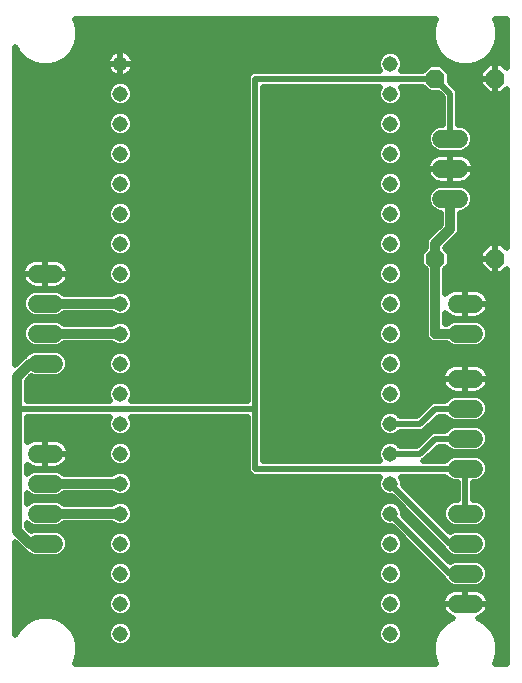
<source format=gbl>
G75*
%MOIN*%
%OFA0B0*%
%FSLAX25Y25*%
%IPPOS*%
%LPD*%
%AMOC8*
5,1,8,0,0,1.08239X$1,22.5*
%
%ADD10C,0.05937*%
%ADD11OC8,0.06300*%
%ADD12C,0.06000*%
%ADD13C,0.05150*%
%ADD14C,0.03200*%
%ADD15C,0.02000*%
D10*
X0018365Y0047000D02*
X0024302Y0047000D01*
X0024302Y0057000D02*
X0018365Y0057000D01*
X0018365Y0067000D02*
X0024302Y0067000D01*
X0024302Y0077000D02*
X0018365Y0077000D01*
X0018365Y0107000D02*
X0024302Y0107000D01*
X0024302Y0117000D02*
X0018365Y0117000D01*
X0018365Y0127000D02*
X0024302Y0127000D01*
X0024302Y0137000D02*
X0018365Y0137000D01*
X0158365Y0127000D02*
X0164302Y0127000D01*
X0164302Y0117000D02*
X0158365Y0117000D01*
X0158365Y0102000D02*
X0164302Y0102000D01*
X0164302Y0092000D02*
X0158365Y0092000D01*
X0158365Y0082000D02*
X0164302Y0082000D01*
X0164302Y0072000D02*
X0158365Y0072000D01*
X0158365Y0057000D02*
X0164302Y0057000D01*
X0164302Y0047000D02*
X0158365Y0047000D01*
X0158365Y0037000D02*
X0164302Y0037000D01*
X0164302Y0027000D02*
X0158365Y0027000D01*
D11*
X0151333Y0142000D03*
X0171333Y0142000D03*
X0171333Y0202000D03*
X0151333Y0202000D03*
D12*
X0153333Y0182000D02*
X0159333Y0182000D01*
X0159333Y0172000D02*
X0153333Y0172000D01*
X0153333Y0162000D02*
X0159333Y0162000D01*
D13*
X0136333Y0157000D03*
X0136333Y0147000D03*
X0136333Y0137000D03*
X0136333Y0127000D03*
X0136333Y0117000D03*
X0136333Y0107000D03*
X0136333Y0097000D03*
X0136333Y0087000D03*
X0136333Y0077000D03*
X0136333Y0067000D03*
X0136333Y0057000D03*
X0136333Y0047000D03*
X0136333Y0037000D03*
X0136333Y0027000D03*
X0136333Y0017000D03*
X0046333Y0017000D03*
X0046333Y0027000D03*
X0046333Y0037000D03*
X0046333Y0047000D03*
X0046333Y0057000D03*
X0046333Y0067000D03*
X0046333Y0077000D03*
X0046333Y0087000D03*
X0046333Y0097000D03*
X0046333Y0107000D03*
X0046333Y0117000D03*
X0046333Y0127000D03*
X0046333Y0137000D03*
X0046333Y0147000D03*
X0046333Y0157000D03*
X0046333Y0167000D03*
X0046333Y0177000D03*
X0046333Y0187000D03*
X0046333Y0197000D03*
X0046333Y0207000D03*
X0136333Y0207000D03*
X0136333Y0197000D03*
X0136333Y0187000D03*
X0136333Y0177000D03*
X0136333Y0167000D03*
D14*
X0151333Y0147000D02*
X0156333Y0152000D01*
X0156333Y0162000D01*
X0151333Y0147000D02*
X0151333Y0142000D01*
X0151333Y0117000D01*
X0161333Y0117000D01*
X0046333Y0117000D02*
X0021333Y0117000D01*
X0021333Y0107000D02*
X0016333Y0107000D01*
X0011933Y0102600D01*
X0011933Y0092000D01*
X0011933Y0051400D01*
X0016333Y0047000D01*
X0021333Y0047000D01*
X0021333Y0057000D02*
X0046333Y0057000D01*
X0046333Y0067000D02*
X0021333Y0067000D01*
X0021333Y0127000D02*
X0046333Y0127000D01*
D15*
X0011333Y0047475D02*
X0011333Y0016490D01*
X0012607Y0018696D01*
X0014637Y0020727D01*
X0017124Y0022162D01*
X0019898Y0022905D01*
X0022769Y0022905D01*
X0025543Y0022162D01*
X0028029Y0020727D01*
X0030060Y0018696D01*
X0031496Y0016209D01*
X0032239Y0013436D01*
X0032239Y0010564D01*
X0031496Y0007791D01*
X0031039Y0007000D01*
X0151627Y0007000D01*
X0151171Y0007791D01*
X0150428Y0010564D01*
X0150428Y0013436D01*
X0151171Y0016209D01*
X0152607Y0018696D01*
X0154637Y0020727D01*
X0157124Y0022162D01*
X0157152Y0022170D01*
X0156458Y0022396D01*
X0155761Y0022751D01*
X0155128Y0023210D01*
X0154575Y0023763D01*
X0154115Y0024396D01*
X0153760Y0025093D01*
X0153519Y0025837D01*
X0153396Y0026609D01*
X0153396Y0027000D01*
X0161333Y0027000D01*
X0161333Y0027000D01*
X0153396Y0027000D01*
X0153396Y0027391D01*
X0153519Y0028163D01*
X0153760Y0028907D01*
X0154115Y0029604D01*
X0154575Y0030237D01*
X0155128Y0030790D01*
X0155761Y0031249D01*
X0156458Y0031604D01*
X0157201Y0031846D01*
X0157974Y0031968D01*
X0161333Y0031968D01*
X0161333Y0027000D01*
X0161333Y0027000D01*
X0161333Y0031968D01*
X0164693Y0031968D01*
X0165465Y0031846D01*
X0166209Y0031604D01*
X0166906Y0031249D01*
X0167539Y0030790D01*
X0168092Y0030237D01*
X0168551Y0029604D01*
X0168906Y0028907D01*
X0169148Y0028163D01*
X0169270Y0027391D01*
X0169270Y0027000D01*
X0161333Y0027000D01*
X0161333Y0027000D01*
X0169270Y0027000D01*
X0169270Y0026609D01*
X0169148Y0025837D01*
X0168906Y0025093D01*
X0168551Y0024396D01*
X0168092Y0023763D01*
X0167539Y0023210D01*
X0166906Y0022751D01*
X0166209Y0022396D01*
X0165515Y0022170D01*
X0165543Y0022162D01*
X0168029Y0020727D01*
X0170060Y0018696D01*
X0171496Y0016209D01*
X0172239Y0013436D01*
X0172239Y0010564D01*
X0171496Y0007791D01*
X0171039Y0007000D01*
X0175034Y0007000D01*
X0175034Y0138418D01*
X0173467Y0136850D01*
X0171333Y0136850D01*
X0171333Y0142000D01*
X0171333Y0142000D01*
X0166183Y0142000D01*
X0166183Y0139867D01*
X0169200Y0136850D01*
X0171333Y0136850D01*
X0171333Y0142000D01*
X0166183Y0142000D01*
X0166183Y0144133D01*
X0169200Y0147150D01*
X0171333Y0147150D01*
X0171333Y0142000D01*
X0171333Y0142000D01*
X0171333Y0142000D01*
X0171333Y0147150D01*
X0173467Y0147150D01*
X0175034Y0145582D01*
X0175034Y0198418D01*
X0173467Y0196850D01*
X0171333Y0196850D01*
X0171333Y0202000D01*
X0171333Y0202000D01*
X0166183Y0202000D01*
X0166183Y0199867D01*
X0169200Y0196850D01*
X0171333Y0196850D01*
X0171333Y0202000D01*
X0166183Y0202000D01*
X0166183Y0204133D01*
X0169200Y0207150D01*
X0171333Y0207150D01*
X0171333Y0202000D01*
X0171333Y0202000D01*
X0171333Y0202000D01*
X0171333Y0207150D01*
X0173467Y0207150D01*
X0175034Y0205582D01*
X0175034Y0221961D01*
X0171062Y0221961D01*
X0171496Y0221209D01*
X0172239Y0218436D01*
X0172239Y0215564D01*
X0171496Y0212791D01*
X0170060Y0210304D01*
X0168029Y0208273D01*
X0165543Y0206838D01*
X0162769Y0206094D01*
X0159898Y0206094D01*
X0157124Y0206838D01*
X0154637Y0208273D01*
X0152607Y0210304D01*
X0151171Y0212791D01*
X0150428Y0215564D01*
X0150428Y0218436D01*
X0151171Y0221209D01*
X0151605Y0221961D01*
X0031062Y0221961D01*
X0031496Y0221209D01*
X0032239Y0218436D01*
X0032239Y0215564D01*
X0031496Y0212791D01*
X0030060Y0210304D01*
X0028029Y0208273D01*
X0025543Y0206838D01*
X0022769Y0206094D01*
X0019898Y0206094D01*
X0017124Y0206838D01*
X0014637Y0208273D01*
X0012607Y0210304D01*
X0011333Y0212510D01*
X0011333Y0106525D01*
X0013620Y0108813D01*
X0014521Y0109713D01*
X0014685Y0109781D01*
X0015777Y0110873D01*
X0017456Y0111568D01*
X0025211Y0111568D01*
X0026890Y0110873D01*
X0028175Y0109588D01*
X0028870Y0107909D01*
X0028870Y0106091D01*
X0028175Y0104412D01*
X0026890Y0103127D01*
X0025211Y0102431D01*
X0017456Y0102431D01*
X0016632Y0102773D01*
X0015133Y0101275D01*
X0015133Y0094600D01*
X0042829Y0094600D01*
X0042794Y0094635D01*
X0042159Y0096170D01*
X0042159Y0097830D01*
X0042794Y0099365D01*
X0043968Y0100539D01*
X0045503Y0101175D01*
X0047164Y0101175D01*
X0048698Y0100539D01*
X0049873Y0099365D01*
X0050508Y0097830D01*
X0050508Y0096170D01*
X0049873Y0094635D01*
X0049837Y0094600D01*
X0088733Y0094600D01*
X0088733Y0202517D01*
X0089129Y0203473D01*
X0089861Y0204204D01*
X0090816Y0204600D01*
X0132829Y0204600D01*
X0132794Y0204635D01*
X0132159Y0206170D01*
X0132159Y0207830D01*
X0132794Y0209365D01*
X0133968Y0210539D01*
X0135503Y0211175D01*
X0137164Y0211175D01*
X0138698Y0210539D01*
X0139873Y0209365D01*
X0140508Y0207830D01*
X0140508Y0206170D01*
X0139873Y0204635D01*
X0139837Y0204600D01*
X0147216Y0204600D01*
X0149366Y0206750D01*
X0153301Y0206750D01*
X0156083Y0203968D01*
X0156083Y0200927D01*
X0157806Y0199204D01*
X0158537Y0198473D01*
X0158933Y0197517D01*
X0158933Y0186600D01*
X0160248Y0186600D01*
X0161939Y0185900D01*
X0163233Y0184606D01*
X0163933Y0182915D01*
X0163933Y0181085D01*
X0163233Y0179394D01*
X0161939Y0178100D01*
X0160248Y0177400D01*
X0152418Y0177400D01*
X0150728Y0178100D01*
X0149434Y0179394D01*
X0148733Y0181085D01*
X0148733Y0182915D01*
X0149434Y0184606D01*
X0150728Y0185900D01*
X0152418Y0186600D01*
X0153733Y0186600D01*
X0153733Y0195923D01*
X0152406Y0197250D01*
X0149366Y0197250D01*
X0147216Y0199400D01*
X0139837Y0199400D01*
X0139873Y0199365D01*
X0140508Y0197830D01*
X0140508Y0196170D01*
X0139873Y0194635D01*
X0138698Y0193461D01*
X0137164Y0192825D01*
X0135503Y0192825D01*
X0133968Y0193461D01*
X0132794Y0194635D01*
X0132159Y0196170D01*
X0132159Y0197830D01*
X0132794Y0199365D01*
X0132829Y0199400D01*
X0093933Y0199400D01*
X0093933Y0074600D01*
X0132829Y0074600D01*
X0132794Y0074635D01*
X0132159Y0076170D01*
X0132159Y0077830D01*
X0132794Y0079365D01*
X0133968Y0080539D01*
X0135503Y0081175D01*
X0137164Y0081175D01*
X0138698Y0080539D01*
X0139637Y0079600D01*
X0145256Y0079600D01*
X0149861Y0084204D01*
X0150816Y0084600D01*
X0154504Y0084600D01*
X0155777Y0085873D01*
X0157456Y0086568D01*
X0165211Y0086568D01*
X0166890Y0085873D01*
X0168175Y0084588D01*
X0168870Y0082909D01*
X0168870Y0081091D01*
X0168175Y0079412D01*
X0166890Y0078127D01*
X0165211Y0077431D01*
X0157456Y0077431D01*
X0155777Y0078127D01*
X0154504Y0079400D01*
X0152410Y0079400D01*
X0148537Y0075527D01*
X0147806Y0074796D01*
X0147333Y0074600D01*
X0154504Y0074600D01*
X0155777Y0075873D01*
X0157456Y0076568D01*
X0165211Y0076568D01*
X0166890Y0075873D01*
X0168175Y0074588D01*
X0168870Y0072909D01*
X0168870Y0071091D01*
X0168175Y0069412D01*
X0166890Y0068127D01*
X0165211Y0067431D01*
X0163933Y0067431D01*
X0163933Y0061568D01*
X0165211Y0061568D01*
X0166890Y0060873D01*
X0168175Y0059588D01*
X0168870Y0057909D01*
X0168870Y0056091D01*
X0168175Y0054412D01*
X0166890Y0053127D01*
X0165211Y0052431D01*
X0157456Y0052431D01*
X0155777Y0053127D01*
X0154492Y0054412D01*
X0153796Y0056091D01*
X0153796Y0057909D01*
X0154492Y0059588D01*
X0155777Y0060873D01*
X0157456Y0061568D01*
X0158733Y0061568D01*
X0158733Y0067431D01*
X0157456Y0067431D01*
X0155777Y0068127D01*
X0154504Y0069400D01*
X0139837Y0069400D01*
X0139873Y0069365D01*
X0140508Y0067830D01*
X0140508Y0066502D01*
X0156032Y0050979D01*
X0157456Y0051568D01*
X0165211Y0051568D01*
X0166890Y0050873D01*
X0168175Y0049588D01*
X0168870Y0047909D01*
X0168870Y0046091D01*
X0168175Y0044412D01*
X0166890Y0043127D01*
X0165211Y0042431D01*
X0157456Y0042431D01*
X0155777Y0043127D01*
X0154492Y0044412D01*
X0153960Y0045697D01*
X0136831Y0062825D01*
X0135503Y0062825D01*
X0133968Y0063461D01*
X0132794Y0064635D01*
X0132159Y0066170D01*
X0132159Y0067830D01*
X0132794Y0069365D01*
X0132829Y0069400D01*
X0090816Y0069400D01*
X0089861Y0069796D01*
X0089129Y0070527D01*
X0088733Y0071483D01*
X0088733Y0089400D01*
X0049837Y0089400D01*
X0049873Y0089365D01*
X0050508Y0087830D01*
X0050508Y0086170D01*
X0049873Y0084635D01*
X0048698Y0083461D01*
X0047164Y0082825D01*
X0045503Y0082825D01*
X0043968Y0083461D01*
X0042794Y0084635D01*
X0042159Y0086170D01*
X0042159Y0087830D01*
X0042794Y0089365D01*
X0042829Y0089400D01*
X0015133Y0089400D01*
X0015133Y0080794D01*
X0015761Y0081249D01*
X0016458Y0081604D01*
X0017201Y0081846D01*
X0017974Y0081968D01*
X0021333Y0081968D01*
X0021333Y0077000D01*
X0021333Y0077000D01*
X0021333Y0077000D01*
X0021333Y0072031D01*
X0017974Y0072031D01*
X0017201Y0072154D01*
X0016458Y0072396D01*
X0015761Y0072751D01*
X0015133Y0073206D01*
X0015133Y0070229D01*
X0015777Y0070873D01*
X0017456Y0071568D01*
X0025211Y0071568D01*
X0026890Y0070873D01*
X0027563Y0070200D01*
X0043629Y0070200D01*
X0043968Y0070539D01*
X0045503Y0071175D01*
X0047164Y0071175D01*
X0048698Y0070539D01*
X0049873Y0069365D01*
X0050508Y0067830D01*
X0050508Y0066170D01*
X0049873Y0064635D01*
X0048698Y0063461D01*
X0047164Y0062825D01*
X0045503Y0062825D01*
X0043968Y0063461D01*
X0043629Y0063800D01*
X0027563Y0063800D01*
X0026890Y0063127D01*
X0025211Y0062431D01*
X0017456Y0062431D01*
X0015777Y0063127D01*
X0015133Y0063771D01*
X0015133Y0060229D01*
X0015777Y0060873D01*
X0017456Y0061568D01*
X0025211Y0061568D01*
X0026890Y0060873D01*
X0027563Y0060200D01*
X0043629Y0060200D01*
X0043968Y0060539D01*
X0045503Y0061175D01*
X0047164Y0061175D01*
X0048698Y0060539D01*
X0049873Y0059365D01*
X0050508Y0057830D01*
X0050508Y0056170D01*
X0049873Y0054635D01*
X0048698Y0053461D01*
X0047164Y0052825D01*
X0045503Y0052825D01*
X0043968Y0053461D01*
X0043629Y0053800D01*
X0027563Y0053800D01*
X0026890Y0053127D01*
X0025211Y0052431D01*
X0017456Y0052431D01*
X0015777Y0053127D01*
X0015133Y0053771D01*
X0015133Y0052725D01*
X0016632Y0051227D01*
X0017456Y0051568D01*
X0025211Y0051568D01*
X0026890Y0050873D01*
X0028175Y0049588D01*
X0028870Y0047909D01*
X0028870Y0046091D01*
X0028175Y0044412D01*
X0026890Y0043127D01*
X0025211Y0042431D01*
X0017456Y0042431D01*
X0015777Y0043127D01*
X0014685Y0044219D01*
X0014521Y0044287D01*
X0011333Y0047475D01*
X0011333Y0045967D02*
X0012841Y0045967D01*
X0011333Y0043969D02*
X0014935Y0043969D01*
X0011333Y0041970D02*
X0147686Y0041970D01*
X0149685Y0039972D02*
X0139266Y0039972D01*
X0138698Y0040539D02*
X0137164Y0041175D01*
X0135503Y0041175D01*
X0133968Y0040539D01*
X0132794Y0039365D01*
X0132159Y0037830D01*
X0132159Y0036170D01*
X0132794Y0034635D01*
X0133968Y0033461D01*
X0135503Y0032825D01*
X0137164Y0032825D01*
X0138698Y0033461D01*
X0139873Y0034635D01*
X0140508Y0036170D01*
X0140508Y0037830D01*
X0139873Y0039365D01*
X0138698Y0040539D01*
X0137164Y0042825D02*
X0138698Y0043461D01*
X0139873Y0044635D01*
X0140508Y0046170D01*
X0140508Y0047830D01*
X0139873Y0049365D01*
X0138698Y0050539D01*
X0137164Y0051175D01*
X0135503Y0051175D01*
X0133968Y0050539D01*
X0132794Y0049365D01*
X0132159Y0047830D01*
X0132159Y0046170D01*
X0132794Y0044635D01*
X0133968Y0043461D01*
X0135503Y0042825D01*
X0137164Y0042825D01*
X0139206Y0043969D02*
X0145688Y0043969D01*
X0149045Y0047966D02*
X0151691Y0047966D01*
X0151043Y0045967D02*
X0153689Y0045967D01*
X0153042Y0043969D02*
X0154935Y0043969D01*
X0155040Y0041970D02*
X0175034Y0041970D01*
X0175034Y0039972D02*
X0167791Y0039972D01*
X0168175Y0039588D02*
X0166890Y0040873D01*
X0165211Y0041568D01*
X0157456Y0041568D01*
X0156032Y0040979D01*
X0140508Y0056502D01*
X0140508Y0057830D01*
X0139873Y0059365D01*
X0138698Y0060539D01*
X0137164Y0061175D01*
X0135503Y0061175D01*
X0133968Y0060539D01*
X0132794Y0059365D01*
X0132159Y0057830D01*
X0132159Y0056170D01*
X0132794Y0054635D01*
X0133968Y0053461D01*
X0135503Y0052825D01*
X0136831Y0052825D01*
X0153960Y0035697D01*
X0154492Y0034412D01*
X0155777Y0033127D01*
X0157456Y0032431D01*
X0165211Y0032431D01*
X0166890Y0033127D01*
X0168175Y0034412D01*
X0168870Y0036091D01*
X0168870Y0037909D01*
X0168175Y0039588D01*
X0168844Y0037973D02*
X0175034Y0037973D01*
X0175034Y0035975D02*
X0168822Y0035975D01*
X0167739Y0033976D02*
X0175034Y0033976D01*
X0175034Y0031978D02*
X0011333Y0031978D01*
X0011333Y0033976D02*
X0043453Y0033976D01*
X0043968Y0033461D02*
X0045503Y0032825D01*
X0047164Y0032825D01*
X0048698Y0033461D01*
X0049873Y0034635D01*
X0050508Y0036170D01*
X0050508Y0037830D01*
X0049873Y0039365D01*
X0048698Y0040539D01*
X0047164Y0041175D01*
X0045503Y0041175D01*
X0043968Y0040539D01*
X0042794Y0039365D01*
X0042159Y0037830D01*
X0042159Y0036170D01*
X0042794Y0034635D01*
X0043968Y0033461D01*
X0045503Y0031175D02*
X0043968Y0030539D01*
X0042794Y0029365D01*
X0042159Y0027830D01*
X0042159Y0026170D01*
X0042794Y0024635D01*
X0043968Y0023461D01*
X0045503Y0022825D01*
X0047164Y0022825D01*
X0048698Y0023461D01*
X0049873Y0024635D01*
X0050508Y0026170D01*
X0050508Y0027830D01*
X0049873Y0029365D01*
X0048698Y0030539D01*
X0047164Y0031175D01*
X0045503Y0031175D01*
X0043408Y0029979D02*
X0011333Y0029979D01*
X0011333Y0027981D02*
X0042221Y0027981D01*
X0042236Y0025982D02*
X0011333Y0025982D01*
X0011333Y0023984D02*
X0043446Y0023984D01*
X0045503Y0021175D02*
X0043968Y0020539D01*
X0042794Y0019365D01*
X0042159Y0017830D01*
X0042159Y0016170D01*
X0042794Y0014635D01*
X0043968Y0013461D01*
X0045503Y0012825D01*
X0047164Y0012825D01*
X0048698Y0013461D01*
X0049873Y0014635D01*
X0050508Y0016170D01*
X0050508Y0017830D01*
X0049873Y0019365D01*
X0048698Y0020539D01*
X0047164Y0021175D01*
X0045503Y0021175D01*
X0043416Y0019987D02*
X0028769Y0019987D01*
X0030469Y0017988D02*
X0042224Y0017988D01*
X0042233Y0015990D02*
X0031555Y0015990D01*
X0032090Y0013991D02*
X0043438Y0013991D01*
X0049228Y0013991D02*
X0133438Y0013991D01*
X0133968Y0013461D02*
X0132794Y0014635D01*
X0132159Y0016170D01*
X0132159Y0017830D01*
X0132794Y0019365D01*
X0133968Y0020539D01*
X0135503Y0021175D01*
X0137164Y0021175D01*
X0138698Y0020539D01*
X0139873Y0019365D01*
X0140508Y0017830D01*
X0140508Y0016170D01*
X0139873Y0014635D01*
X0138698Y0013461D01*
X0137164Y0012825D01*
X0135503Y0012825D01*
X0133968Y0013461D01*
X0132233Y0015990D02*
X0050434Y0015990D01*
X0050443Y0017988D02*
X0132224Y0017988D01*
X0133416Y0019987D02*
X0049251Y0019987D01*
X0049221Y0023984D02*
X0133446Y0023984D01*
X0133968Y0023461D02*
X0135503Y0022825D01*
X0137164Y0022825D01*
X0138698Y0023461D01*
X0139873Y0024635D01*
X0140508Y0026170D01*
X0140508Y0027830D01*
X0139873Y0029365D01*
X0138698Y0030539D01*
X0137164Y0031175D01*
X0135503Y0031175D01*
X0133968Y0030539D01*
X0132794Y0029365D01*
X0132159Y0027830D01*
X0132159Y0026170D01*
X0132794Y0024635D01*
X0133968Y0023461D01*
X0132236Y0025982D02*
X0050430Y0025982D01*
X0050446Y0027981D02*
X0132221Y0027981D01*
X0133408Y0029979D02*
X0049258Y0029979D01*
X0049214Y0033976D02*
X0133453Y0033976D01*
X0132239Y0035975D02*
X0050427Y0035975D01*
X0050449Y0037973D02*
X0132218Y0037973D01*
X0133401Y0039972D02*
X0049266Y0039972D01*
X0048698Y0043461D02*
X0047164Y0042825D01*
X0045503Y0042825D01*
X0043968Y0043461D01*
X0042794Y0044635D01*
X0042159Y0046170D01*
X0042159Y0047830D01*
X0042794Y0049365D01*
X0043968Y0050539D01*
X0045503Y0051175D01*
X0047164Y0051175D01*
X0048698Y0050539D01*
X0049873Y0049365D01*
X0050508Y0047830D01*
X0050508Y0046170D01*
X0049873Y0044635D01*
X0048698Y0043461D01*
X0049206Y0043969D02*
X0133461Y0043969D01*
X0132242Y0045967D02*
X0050424Y0045967D01*
X0050452Y0047966D02*
X0132215Y0047966D01*
X0133394Y0049964D02*
X0049273Y0049964D01*
X0049199Y0053961D02*
X0133468Y0053961D01*
X0132245Y0055960D02*
X0050421Y0055960D01*
X0050455Y0057958D02*
X0132212Y0057958D01*
X0133386Y0059957D02*
X0049281Y0059957D01*
X0049191Y0063954D02*
X0133475Y0063954D01*
X0132248Y0065952D02*
X0050418Y0065952D01*
X0050458Y0067951D02*
X0132208Y0067951D01*
X0136333Y0067000D02*
X0156333Y0047000D01*
X0161333Y0047000D01*
X0167731Y0043969D02*
X0175034Y0043969D01*
X0175034Y0045967D02*
X0168819Y0045967D01*
X0168847Y0047966D02*
X0175034Y0047966D01*
X0175034Y0049964D02*
X0167798Y0049964D01*
X0167724Y0053961D02*
X0175034Y0053961D01*
X0175034Y0051963D02*
X0155047Y0051963D01*
X0154943Y0053961D02*
X0153049Y0053961D01*
X0153851Y0055960D02*
X0151050Y0055960D01*
X0149052Y0057958D02*
X0153817Y0057958D01*
X0154861Y0059957D02*
X0147053Y0059957D01*
X0145055Y0061955D02*
X0158733Y0061955D01*
X0158733Y0063954D02*
X0143056Y0063954D01*
X0141058Y0065952D02*
X0158733Y0065952D01*
X0156202Y0067951D02*
X0140458Y0067951D01*
X0137701Y0061955D02*
X0015133Y0061955D01*
X0015896Y0051963D02*
X0137694Y0051963D01*
X0139273Y0049964D02*
X0139692Y0049964D01*
X0140452Y0047966D02*
X0141691Y0047966D01*
X0140424Y0045967D02*
X0143689Y0045967D01*
X0147046Y0049964D02*
X0149692Y0049964D01*
X0147694Y0051963D02*
X0145047Y0051963D01*
X0145695Y0053961D02*
X0143049Y0053961D01*
X0143697Y0055960D02*
X0141050Y0055960D01*
X0140455Y0057958D02*
X0141698Y0057958D01*
X0139700Y0059957D02*
X0139281Y0059957D01*
X0136333Y0057000D02*
X0156333Y0037000D01*
X0161333Y0037000D01*
X0161333Y0029979D02*
X0161333Y0029979D01*
X0161333Y0027981D02*
X0161333Y0027981D01*
X0156817Y0021985D02*
X0025850Y0021985D01*
X0032239Y0011993D02*
X0150428Y0011993D01*
X0150577Y0013991D02*
X0139228Y0013991D01*
X0140434Y0015990D02*
X0151112Y0015990D01*
X0152198Y0017988D02*
X0140443Y0017988D01*
X0139251Y0019987D02*
X0153897Y0019987D01*
X0154415Y0023984D02*
X0139221Y0023984D01*
X0140430Y0025982D02*
X0153496Y0025982D01*
X0153490Y0027981D02*
X0140446Y0027981D01*
X0139258Y0029979D02*
X0154388Y0029979D01*
X0154928Y0033976D02*
X0139214Y0033976D01*
X0140427Y0035975D02*
X0153682Y0035975D01*
X0151683Y0037973D02*
X0140449Y0037973D01*
X0161333Y0057000D02*
X0161333Y0072000D01*
X0091333Y0072000D01*
X0091333Y0092000D01*
X0091333Y0202000D01*
X0151333Y0202000D01*
X0156333Y0197000D01*
X0156333Y0182000D01*
X0156333Y0177000D02*
X0152940Y0177000D01*
X0152162Y0176877D01*
X0151414Y0176634D01*
X0150713Y0176276D01*
X0150076Y0175814D01*
X0149520Y0175257D01*
X0149057Y0174621D01*
X0148700Y0173919D01*
X0148456Y0173171D01*
X0148333Y0172394D01*
X0148333Y0172000D01*
X0156333Y0172000D01*
X0156333Y0172000D01*
X0148333Y0172000D01*
X0148333Y0171606D01*
X0148456Y0170829D01*
X0148700Y0170081D01*
X0149057Y0169379D01*
X0149520Y0168743D01*
X0150076Y0168186D01*
X0150713Y0167724D01*
X0151414Y0167366D01*
X0152162Y0167123D01*
X0152940Y0167000D01*
X0156333Y0167000D01*
X0156333Y0172000D01*
X0156333Y0177000D01*
X0156333Y0172000D01*
X0156333Y0172000D01*
X0156333Y0172000D01*
X0156333Y0167000D01*
X0159727Y0167000D01*
X0160504Y0167123D01*
X0161253Y0167366D01*
X0161954Y0167724D01*
X0162591Y0168186D01*
X0163147Y0168743D01*
X0163610Y0169379D01*
X0163967Y0170081D01*
X0164210Y0170829D01*
X0164333Y0171606D01*
X0164333Y0172000D01*
X0164333Y0172394D01*
X0164210Y0173171D01*
X0163967Y0173919D01*
X0163610Y0174621D01*
X0163147Y0175257D01*
X0162591Y0175814D01*
X0161954Y0176276D01*
X0161253Y0176634D01*
X0160504Y0176877D01*
X0159727Y0177000D01*
X0156333Y0177000D01*
X0156333Y0175870D02*
X0156333Y0175870D01*
X0156333Y0173872D02*
X0156333Y0173872D01*
X0156333Y0172000D02*
X0164333Y0172000D01*
X0156333Y0172000D01*
X0156333Y0172000D01*
X0156333Y0171873D02*
X0156333Y0171873D01*
X0156333Y0169875D02*
X0156333Y0169875D01*
X0156333Y0167876D02*
X0156333Y0167876D01*
X0152418Y0166600D02*
X0150728Y0165900D01*
X0149434Y0164606D01*
X0148733Y0162915D01*
X0148733Y0161085D01*
X0149434Y0159394D01*
X0150728Y0158100D01*
X0152418Y0157400D01*
X0153133Y0157400D01*
X0153133Y0153325D01*
X0148620Y0148813D01*
X0148133Y0147637D01*
X0148133Y0145518D01*
X0146583Y0143968D01*
X0146583Y0140032D01*
X0148133Y0138482D01*
X0148133Y0116363D01*
X0148620Y0115187D01*
X0149521Y0114287D01*
X0150697Y0113800D01*
X0155104Y0113800D01*
X0155777Y0113127D01*
X0157456Y0112431D01*
X0165211Y0112431D01*
X0166890Y0113127D01*
X0168175Y0114412D01*
X0168870Y0116091D01*
X0168870Y0117909D01*
X0168175Y0119588D01*
X0166890Y0120873D01*
X0165211Y0121568D01*
X0157456Y0121568D01*
X0155777Y0120873D01*
X0155104Y0120200D01*
X0154533Y0120200D01*
X0154533Y0123821D01*
X0154575Y0123763D01*
X0155128Y0123210D01*
X0155761Y0122751D01*
X0156458Y0122396D01*
X0157201Y0122154D01*
X0157974Y0122031D01*
X0161333Y0122031D01*
X0161333Y0127000D01*
X0161333Y0131968D01*
X0157974Y0131968D01*
X0157201Y0131846D01*
X0156458Y0131604D01*
X0155761Y0131249D01*
X0155128Y0130790D01*
X0154575Y0130237D01*
X0154533Y0130179D01*
X0154533Y0138482D01*
X0156083Y0140032D01*
X0156083Y0143968D01*
X0154533Y0145518D01*
X0154533Y0145675D01*
X0158146Y0149287D01*
X0159046Y0150187D01*
X0159533Y0151363D01*
X0159533Y0157400D01*
X0160248Y0157400D01*
X0161939Y0158100D01*
X0163233Y0159394D01*
X0163933Y0161085D01*
X0163933Y0162915D01*
X0163233Y0164606D01*
X0161939Y0165900D01*
X0160248Y0166600D01*
X0152418Y0166600D01*
X0150706Y0165878D02*
X0140387Y0165878D01*
X0140508Y0166170D02*
X0139873Y0164635D01*
X0138698Y0163461D01*
X0137164Y0162825D01*
X0135503Y0162825D01*
X0133968Y0163461D01*
X0132794Y0164635D01*
X0132159Y0166170D01*
X0132159Y0167830D01*
X0132794Y0169365D01*
X0133968Y0170539D01*
X0135503Y0171175D01*
X0137164Y0171175D01*
X0138698Y0170539D01*
X0139873Y0169365D01*
X0140508Y0167830D01*
X0140508Y0166170D01*
X0140489Y0167876D02*
X0150502Y0167876D01*
X0148804Y0169875D02*
X0139362Y0169875D01*
X0138698Y0173461D02*
X0137164Y0172825D01*
X0135503Y0172825D01*
X0133968Y0173461D01*
X0132794Y0174635D01*
X0132159Y0176170D01*
X0132159Y0177830D01*
X0132794Y0179365D01*
X0133968Y0180539D01*
X0135503Y0181175D01*
X0137164Y0181175D01*
X0138698Y0180539D01*
X0139873Y0179365D01*
X0140508Y0177830D01*
X0140508Y0176170D01*
X0139873Y0174635D01*
X0138698Y0173461D01*
X0139109Y0173872D02*
X0148684Y0173872D01*
X0148333Y0171873D02*
X0093933Y0171873D01*
X0093933Y0169875D02*
X0133304Y0169875D01*
X0132178Y0167876D02*
X0093933Y0167876D01*
X0093933Y0165878D02*
X0132279Y0165878D01*
X0133550Y0163879D02*
X0093933Y0163879D01*
X0093933Y0161881D02*
X0148733Y0161881D01*
X0149133Y0163879D02*
X0139117Y0163879D01*
X0137164Y0161175D02*
X0135503Y0161175D01*
X0133968Y0160539D01*
X0132794Y0159365D01*
X0132159Y0157830D01*
X0132159Y0156170D01*
X0132794Y0154635D01*
X0133968Y0153461D01*
X0135503Y0152825D01*
X0137164Y0152825D01*
X0138698Y0153461D01*
X0139873Y0154635D01*
X0140508Y0156170D01*
X0140508Y0157830D01*
X0139873Y0159365D01*
X0138698Y0160539D01*
X0137164Y0161175D01*
X0139355Y0159882D02*
X0149231Y0159882D01*
X0151250Y0157884D02*
X0140486Y0157884D01*
X0140390Y0155885D02*
X0153133Y0155885D01*
X0153133Y0153887D02*
X0139124Y0153887D01*
X0137164Y0151175D02*
X0135503Y0151175D01*
X0133968Y0150539D01*
X0132794Y0149365D01*
X0132159Y0147830D01*
X0132159Y0146170D01*
X0132794Y0144635D01*
X0133968Y0143461D01*
X0135503Y0142825D01*
X0137164Y0142825D01*
X0138698Y0143461D01*
X0139873Y0144635D01*
X0140508Y0146170D01*
X0140508Y0147830D01*
X0139873Y0149365D01*
X0138698Y0150539D01*
X0137164Y0151175D01*
X0139348Y0149890D02*
X0149698Y0149890D01*
X0148239Y0147891D02*
X0140483Y0147891D01*
X0140393Y0145893D02*
X0148133Y0145893D01*
X0146583Y0143894D02*
X0139132Y0143894D01*
X0137164Y0141175D02*
X0135503Y0141175D01*
X0133968Y0140539D01*
X0132794Y0139365D01*
X0132159Y0137830D01*
X0132159Y0136170D01*
X0132794Y0134635D01*
X0133968Y0133461D01*
X0135503Y0132825D01*
X0137164Y0132825D01*
X0138698Y0133461D01*
X0139873Y0134635D01*
X0140508Y0136170D01*
X0140508Y0137830D01*
X0139873Y0139365D01*
X0138698Y0140539D01*
X0137164Y0141175D01*
X0139340Y0139897D02*
X0146719Y0139897D01*
X0146583Y0141896D02*
X0093933Y0141896D01*
X0093933Y0143894D02*
X0133535Y0143894D01*
X0132273Y0145893D02*
X0093933Y0145893D01*
X0093933Y0147891D02*
X0132184Y0147891D01*
X0133319Y0149890D02*
X0093933Y0149890D01*
X0093933Y0151888D02*
X0151696Y0151888D01*
X0156750Y0147891D02*
X0175034Y0147891D01*
X0175034Y0145893D02*
X0174724Y0145893D01*
X0171333Y0145893D02*
X0171333Y0145893D01*
X0171333Y0143894D02*
X0171333Y0143894D01*
X0171333Y0141896D02*
X0171333Y0141896D01*
X0171333Y0139897D02*
X0171333Y0139897D01*
X0171333Y0137899D02*
X0171333Y0137899D01*
X0168151Y0137899D02*
X0154533Y0137899D01*
X0154533Y0135900D02*
X0175034Y0135900D01*
X0175034Y0133902D02*
X0154533Y0133902D01*
X0154533Y0131903D02*
X0157562Y0131903D01*
X0161333Y0131903D02*
X0161333Y0131903D01*
X0161333Y0131968D02*
X0161333Y0127000D01*
X0161333Y0127000D01*
X0161333Y0127000D01*
X0161333Y0122031D01*
X0164693Y0122031D01*
X0165465Y0122154D01*
X0166209Y0122396D01*
X0166906Y0122751D01*
X0167539Y0123210D01*
X0168092Y0123763D01*
X0168551Y0124396D01*
X0168906Y0125093D01*
X0169148Y0125837D01*
X0169270Y0126609D01*
X0169270Y0127000D01*
X0169270Y0127391D01*
X0169148Y0128163D01*
X0168906Y0128907D01*
X0168551Y0129604D01*
X0168092Y0130237D01*
X0167539Y0130790D01*
X0166906Y0131249D01*
X0166209Y0131604D01*
X0165465Y0131846D01*
X0164693Y0131968D01*
X0161333Y0131968D01*
X0161333Y0129905D02*
X0161333Y0129905D01*
X0161333Y0127906D02*
X0161333Y0127906D01*
X0161333Y0127000D02*
X0169270Y0127000D01*
X0161333Y0127000D01*
X0161333Y0127000D01*
X0161333Y0125908D02*
X0161333Y0125908D01*
X0161333Y0123909D02*
X0161333Y0123909D01*
X0168198Y0123909D02*
X0175034Y0123909D01*
X0175034Y0121911D02*
X0154533Y0121911D01*
X0148133Y0121911D02*
X0093933Y0121911D01*
X0093933Y0123909D02*
X0133520Y0123909D01*
X0133968Y0123461D02*
X0135503Y0122825D01*
X0137164Y0122825D01*
X0138698Y0123461D01*
X0139873Y0124635D01*
X0140508Y0126170D01*
X0140508Y0127830D01*
X0139873Y0129365D01*
X0138698Y0130539D01*
X0137164Y0131175D01*
X0135503Y0131175D01*
X0133968Y0130539D01*
X0132794Y0129365D01*
X0132159Y0127830D01*
X0132159Y0126170D01*
X0132794Y0124635D01*
X0133968Y0123461D01*
X0135503Y0121175D02*
X0133968Y0120539D01*
X0132794Y0119365D01*
X0132159Y0117830D01*
X0132159Y0116170D01*
X0132794Y0114635D01*
X0133968Y0113461D01*
X0135503Y0112825D01*
X0137164Y0112825D01*
X0138698Y0113461D01*
X0139873Y0114635D01*
X0140508Y0116170D01*
X0140508Y0117830D01*
X0139873Y0119365D01*
X0138698Y0120539D01*
X0137164Y0121175D01*
X0135503Y0121175D01*
X0133341Y0119912D02*
X0093933Y0119912D01*
X0093933Y0117914D02*
X0132193Y0117914D01*
X0132264Y0115915D02*
X0093933Y0115915D01*
X0093933Y0113917D02*
X0133513Y0113917D01*
X0135503Y0111175D02*
X0133968Y0110539D01*
X0132794Y0109365D01*
X0132159Y0107830D01*
X0132159Y0106170D01*
X0132794Y0104635D01*
X0133968Y0103461D01*
X0135503Y0102825D01*
X0137164Y0102825D01*
X0138698Y0103461D01*
X0139873Y0104635D01*
X0140508Y0106170D01*
X0140508Y0107830D01*
X0139873Y0109365D01*
X0138698Y0110539D01*
X0137164Y0111175D01*
X0135503Y0111175D01*
X0133349Y0109920D02*
X0093933Y0109920D01*
X0093933Y0111918D02*
X0175034Y0111918D01*
X0175034Y0109920D02*
X0139318Y0109920D01*
X0140471Y0107921D02*
X0175034Y0107921D01*
X0175034Y0105923D02*
X0167356Y0105923D01*
X0167539Y0105790D02*
X0166906Y0106249D01*
X0166209Y0106604D01*
X0165465Y0106846D01*
X0164693Y0106968D01*
X0161333Y0106968D01*
X0157974Y0106968D01*
X0157201Y0106846D01*
X0156458Y0106604D01*
X0155761Y0106249D01*
X0155128Y0105790D01*
X0154575Y0105237D01*
X0154115Y0104604D01*
X0153760Y0103907D01*
X0153519Y0103163D01*
X0153396Y0102391D01*
X0153396Y0102000D01*
X0153396Y0101609D01*
X0153519Y0100837D01*
X0153760Y0100093D01*
X0154115Y0099396D01*
X0154575Y0098763D01*
X0155128Y0098210D01*
X0155761Y0097751D01*
X0156458Y0097396D01*
X0157201Y0097154D01*
X0157974Y0097031D01*
X0161333Y0097031D01*
X0161333Y0102000D01*
X0161333Y0102000D01*
X0153396Y0102000D01*
X0161333Y0102000D01*
X0161333Y0106968D01*
X0161333Y0102000D01*
X0161333Y0102000D01*
X0161333Y0102000D01*
X0161333Y0097031D01*
X0164693Y0097031D01*
X0165465Y0097154D01*
X0166209Y0097396D01*
X0166906Y0097751D01*
X0167539Y0098210D01*
X0168092Y0098763D01*
X0168551Y0099396D01*
X0168906Y0100093D01*
X0169148Y0100837D01*
X0169270Y0101609D01*
X0169270Y0102000D01*
X0169270Y0102391D01*
X0169148Y0103163D01*
X0168906Y0103907D01*
X0168551Y0104604D01*
X0168092Y0105237D01*
X0167539Y0105790D01*
X0168898Y0103924D02*
X0175034Y0103924D01*
X0175034Y0101926D02*
X0169270Y0101926D01*
X0169270Y0102000D02*
X0161333Y0102000D01*
X0169270Y0102000D01*
X0168822Y0099927D02*
X0175034Y0099927D01*
X0175034Y0097929D02*
X0167151Y0097929D01*
X0166752Y0095930D02*
X0175034Y0095930D01*
X0175034Y0093932D02*
X0168447Y0093932D01*
X0168175Y0094588D02*
X0168870Y0092909D01*
X0168870Y0091091D01*
X0168175Y0089412D01*
X0166890Y0088127D01*
X0165211Y0087431D01*
X0157456Y0087431D01*
X0155777Y0088127D01*
X0154504Y0089400D01*
X0152410Y0089400D01*
X0148537Y0085527D01*
X0147806Y0084796D01*
X0146851Y0084400D01*
X0139637Y0084400D01*
X0138698Y0083461D01*
X0137164Y0082825D01*
X0135503Y0082825D01*
X0133968Y0083461D01*
X0132794Y0084635D01*
X0132159Y0086170D01*
X0132159Y0087830D01*
X0132794Y0089365D01*
X0133968Y0090539D01*
X0135503Y0091175D01*
X0137164Y0091175D01*
X0138698Y0090539D01*
X0139637Y0089600D01*
X0145256Y0089600D01*
X0149861Y0094204D01*
X0150816Y0094600D01*
X0154504Y0094600D01*
X0155777Y0095873D01*
X0157456Y0096568D01*
X0165211Y0096568D01*
X0166890Y0095873D01*
X0168175Y0094588D01*
X0168870Y0091933D02*
X0175034Y0091933D01*
X0175034Y0089934D02*
X0168391Y0089934D01*
X0166429Y0087936D02*
X0175034Y0087936D01*
X0175034Y0085937D02*
X0166734Y0085937D01*
X0168444Y0083939D02*
X0175034Y0083939D01*
X0175034Y0081940D02*
X0168870Y0081940D01*
X0168394Y0079942D02*
X0175034Y0079942D01*
X0175034Y0077943D02*
X0166446Y0077943D01*
X0166716Y0075945D02*
X0175034Y0075945D01*
X0175034Y0073946D02*
X0168441Y0073946D01*
X0168870Y0071948D02*
X0175034Y0071948D01*
X0175034Y0069949D02*
X0168397Y0069949D01*
X0166464Y0067951D02*
X0175034Y0067951D01*
X0175034Y0065952D02*
X0163933Y0065952D01*
X0163933Y0063954D02*
X0175034Y0063954D01*
X0175034Y0061955D02*
X0163933Y0061955D01*
X0167806Y0059957D02*
X0175034Y0059957D01*
X0175034Y0057958D02*
X0168850Y0057958D01*
X0168816Y0055960D02*
X0175034Y0055960D01*
X0155951Y0075945D02*
X0148955Y0075945D01*
X0146333Y0077000D02*
X0136333Y0077000D01*
X0133371Y0079942D02*
X0093933Y0079942D01*
X0093933Y0081940D02*
X0147597Y0081940D01*
X0149595Y0083939D02*
X0139176Y0083939D01*
X0139295Y0079942D02*
X0145598Y0079942D01*
X0146333Y0077000D02*
X0151333Y0082000D01*
X0161333Y0082000D01*
X0156220Y0077943D02*
X0150954Y0077943D01*
X0148948Y0085937D02*
X0155933Y0085937D01*
X0156238Y0087936D02*
X0150946Y0087936D01*
X0151333Y0092000D02*
X0146333Y0087000D01*
X0136333Y0087000D01*
X0133490Y0083939D02*
X0093933Y0083939D01*
X0093933Y0085937D02*
X0132255Y0085937D01*
X0132202Y0087936D02*
X0093933Y0087936D01*
X0093933Y0089934D02*
X0133364Y0089934D01*
X0133968Y0093461D02*
X0135503Y0092825D01*
X0137164Y0092825D01*
X0138698Y0093461D01*
X0139873Y0094635D01*
X0140508Y0096170D01*
X0140508Y0097830D01*
X0139873Y0099365D01*
X0138698Y0100539D01*
X0137164Y0101175D01*
X0135503Y0101175D01*
X0133968Y0100539D01*
X0132794Y0099365D01*
X0132159Y0097830D01*
X0132159Y0096170D01*
X0132794Y0094635D01*
X0133968Y0093461D01*
X0133498Y0093932D02*
X0093933Y0093932D01*
X0093933Y0095930D02*
X0132258Y0095930D01*
X0132199Y0097929D02*
X0093933Y0097929D01*
X0093933Y0099927D02*
X0133356Y0099927D01*
X0133505Y0103924D02*
X0093933Y0103924D01*
X0093933Y0101926D02*
X0153396Y0101926D01*
X0153769Y0103924D02*
X0139161Y0103924D01*
X0140406Y0105923D02*
X0155311Y0105923D01*
X0161333Y0105923D02*
X0161333Y0105923D01*
X0161333Y0103924D02*
X0161333Y0103924D01*
X0161333Y0102000D02*
X0161333Y0102000D01*
X0161333Y0101926D02*
X0161333Y0101926D01*
X0161333Y0099927D02*
X0161333Y0099927D01*
X0161333Y0097929D02*
X0161333Y0097929D01*
X0161333Y0092000D02*
X0151333Y0092000D01*
X0149588Y0093932D02*
X0139169Y0093932D01*
X0140409Y0095930D02*
X0155915Y0095930D01*
X0155516Y0097929D02*
X0140467Y0097929D01*
X0139310Y0099927D02*
X0153845Y0099927D01*
X0147589Y0091933D02*
X0093933Y0091933D01*
X0091333Y0092000D02*
X0011933Y0092000D01*
X0015133Y0095930D02*
X0042258Y0095930D01*
X0042199Y0097929D02*
X0015133Y0097929D01*
X0015133Y0099927D02*
X0043356Y0099927D01*
X0043968Y0103461D02*
X0045503Y0102825D01*
X0047164Y0102825D01*
X0048698Y0103461D01*
X0049873Y0104635D01*
X0050508Y0106170D01*
X0050508Y0107830D01*
X0049873Y0109365D01*
X0048698Y0110539D01*
X0047164Y0111175D01*
X0045503Y0111175D01*
X0043968Y0110539D01*
X0042794Y0109365D01*
X0042159Y0107830D01*
X0042159Y0106170D01*
X0042794Y0104635D01*
X0043968Y0103461D01*
X0043505Y0103924D02*
X0027687Y0103924D01*
X0028800Y0105923D02*
X0042261Y0105923D01*
X0042196Y0107921D02*
X0028865Y0107921D01*
X0027843Y0109920D02*
X0043349Y0109920D01*
X0043968Y0113461D02*
X0045503Y0112825D01*
X0047164Y0112825D01*
X0048698Y0113461D01*
X0049873Y0114635D01*
X0050508Y0116170D01*
X0050508Y0117830D01*
X0049873Y0119365D01*
X0048698Y0120539D01*
X0047164Y0121175D01*
X0045503Y0121175D01*
X0043968Y0120539D01*
X0043629Y0120200D01*
X0027563Y0120200D01*
X0026890Y0120873D01*
X0025211Y0121568D01*
X0017456Y0121568D01*
X0015777Y0120873D01*
X0014492Y0119588D01*
X0013796Y0117909D01*
X0013796Y0116091D01*
X0014492Y0114412D01*
X0015777Y0113127D01*
X0017456Y0112431D01*
X0025211Y0112431D01*
X0026890Y0113127D01*
X0027563Y0113800D01*
X0043629Y0113800D01*
X0043968Y0113461D01*
X0049154Y0113917D02*
X0088733Y0113917D01*
X0088733Y0115915D02*
X0050403Y0115915D01*
X0050474Y0117914D02*
X0088733Y0117914D01*
X0088733Y0119912D02*
X0049325Y0119912D01*
X0048698Y0123461D02*
X0047164Y0122825D01*
X0045503Y0122825D01*
X0043968Y0123461D01*
X0043629Y0123800D01*
X0027563Y0123800D01*
X0026890Y0123127D01*
X0025211Y0122431D01*
X0017456Y0122431D01*
X0015777Y0123127D01*
X0014492Y0124412D01*
X0013796Y0126091D01*
X0013796Y0127909D01*
X0014492Y0129588D01*
X0015777Y0130873D01*
X0017456Y0131568D01*
X0025211Y0131568D01*
X0026890Y0130873D01*
X0027563Y0130200D01*
X0043629Y0130200D01*
X0043968Y0130539D01*
X0045503Y0131175D01*
X0047164Y0131175D01*
X0048698Y0130539D01*
X0049873Y0129365D01*
X0050508Y0127830D01*
X0050508Y0126170D01*
X0049873Y0124635D01*
X0048698Y0123461D01*
X0049147Y0123909D02*
X0088733Y0123909D01*
X0088733Y0121911D02*
X0011333Y0121911D01*
X0011333Y0123909D02*
X0014995Y0123909D01*
X0013872Y0125908D02*
X0011333Y0125908D01*
X0011333Y0127906D02*
X0013796Y0127906D01*
X0014809Y0129905D02*
X0011333Y0129905D01*
X0011333Y0131903D02*
X0088733Y0131903D01*
X0088733Y0129905D02*
X0049333Y0129905D01*
X0050477Y0127906D02*
X0088733Y0127906D01*
X0088733Y0125908D02*
X0050400Y0125908D01*
X0047164Y0132825D02*
X0045503Y0132825D01*
X0043968Y0133461D01*
X0042794Y0134635D01*
X0042159Y0136170D01*
X0042159Y0137830D01*
X0042794Y0139365D01*
X0043968Y0140539D01*
X0045503Y0141175D01*
X0047164Y0141175D01*
X0048698Y0140539D01*
X0049873Y0139365D01*
X0050508Y0137830D01*
X0050508Y0136170D01*
X0049873Y0134635D01*
X0048698Y0133461D01*
X0047164Y0132825D01*
X0049139Y0133902D02*
X0088733Y0133902D01*
X0088733Y0135900D02*
X0050397Y0135900D01*
X0050480Y0137899D02*
X0088733Y0137899D01*
X0088733Y0139897D02*
X0049340Y0139897D01*
X0048698Y0143461D02*
X0047164Y0142825D01*
X0045503Y0142825D01*
X0043968Y0143461D01*
X0042794Y0144635D01*
X0042159Y0146170D01*
X0042159Y0147830D01*
X0042794Y0149365D01*
X0043968Y0150539D01*
X0045503Y0151175D01*
X0047164Y0151175D01*
X0048698Y0150539D01*
X0049873Y0149365D01*
X0050508Y0147830D01*
X0050508Y0146170D01*
X0049873Y0144635D01*
X0048698Y0143461D01*
X0049132Y0143894D02*
X0088733Y0143894D01*
X0088733Y0141896D02*
X0025152Y0141896D01*
X0025465Y0141846D02*
X0024693Y0141968D01*
X0021333Y0141968D01*
X0017974Y0141968D01*
X0017201Y0141846D01*
X0016458Y0141604D01*
X0015761Y0141249D01*
X0015128Y0140790D01*
X0014575Y0140237D01*
X0014115Y0139604D01*
X0013760Y0138907D01*
X0013519Y0138163D01*
X0013396Y0137391D01*
X0013396Y0137000D01*
X0013396Y0136609D01*
X0013519Y0135837D01*
X0013760Y0135093D01*
X0014115Y0134396D01*
X0014575Y0133763D01*
X0015128Y0133210D01*
X0015761Y0132751D01*
X0016458Y0132396D01*
X0017201Y0132154D01*
X0017974Y0132031D01*
X0021333Y0132031D01*
X0021333Y0137000D01*
X0021333Y0137000D01*
X0013396Y0137000D01*
X0021333Y0137000D01*
X0021333Y0141968D01*
X0021333Y0137000D01*
X0021333Y0137000D01*
X0021333Y0137000D01*
X0021333Y0132031D01*
X0024693Y0132031D01*
X0025465Y0132154D01*
X0026209Y0132396D01*
X0026906Y0132751D01*
X0027539Y0133210D01*
X0028092Y0133763D01*
X0028551Y0134396D01*
X0028906Y0135093D01*
X0029148Y0135837D01*
X0029270Y0136609D01*
X0029270Y0137000D01*
X0029270Y0137391D01*
X0029148Y0138163D01*
X0028906Y0138907D01*
X0028551Y0139604D01*
X0028092Y0140237D01*
X0027539Y0140790D01*
X0026906Y0141249D01*
X0026209Y0141604D01*
X0025465Y0141846D01*
X0028338Y0139897D02*
X0043327Y0139897D01*
X0042187Y0137899D02*
X0029190Y0137899D01*
X0029270Y0137000D02*
X0021333Y0137000D01*
X0021333Y0137000D01*
X0029270Y0137000D01*
X0029158Y0135900D02*
X0042270Y0135900D01*
X0043528Y0133902D02*
X0028192Y0133902D01*
X0021333Y0133902D02*
X0021333Y0133902D01*
X0021333Y0135900D02*
X0021333Y0135900D01*
X0021333Y0137899D02*
X0021333Y0137899D01*
X0021333Y0139897D02*
X0021333Y0139897D01*
X0021333Y0141896D02*
X0021333Y0141896D01*
X0017515Y0141896D02*
X0011333Y0141896D01*
X0011333Y0143894D02*
X0043535Y0143894D01*
X0042273Y0145893D02*
X0011333Y0145893D01*
X0011333Y0147891D02*
X0042184Y0147891D01*
X0043319Y0149890D02*
X0011333Y0149890D01*
X0011333Y0151888D02*
X0088733Y0151888D01*
X0088733Y0149890D02*
X0049348Y0149890D01*
X0050483Y0147891D02*
X0088733Y0147891D01*
X0088733Y0145893D02*
X0050393Y0145893D01*
X0047164Y0152825D02*
X0045503Y0152825D01*
X0043968Y0153461D01*
X0042794Y0154635D01*
X0042159Y0156170D01*
X0042159Y0157830D01*
X0042794Y0159365D01*
X0043968Y0160539D01*
X0045503Y0161175D01*
X0047164Y0161175D01*
X0048698Y0160539D01*
X0049873Y0159365D01*
X0050508Y0157830D01*
X0050508Y0156170D01*
X0049873Y0154635D01*
X0048698Y0153461D01*
X0047164Y0152825D01*
X0049124Y0153887D02*
X0088733Y0153887D01*
X0088733Y0155885D02*
X0050390Y0155885D01*
X0050486Y0157884D02*
X0088733Y0157884D01*
X0088733Y0159882D02*
X0049355Y0159882D01*
X0048698Y0163461D02*
X0047164Y0162825D01*
X0045503Y0162825D01*
X0043968Y0163461D01*
X0042794Y0164635D01*
X0042159Y0166170D01*
X0042159Y0167830D01*
X0042794Y0169365D01*
X0043968Y0170539D01*
X0045503Y0171175D01*
X0047164Y0171175D01*
X0048698Y0170539D01*
X0049873Y0169365D01*
X0050508Y0167830D01*
X0050508Y0166170D01*
X0049873Y0164635D01*
X0048698Y0163461D01*
X0049117Y0163879D02*
X0088733Y0163879D01*
X0088733Y0161881D02*
X0011333Y0161881D01*
X0011333Y0163879D02*
X0043550Y0163879D01*
X0042279Y0165878D02*
X0011333Y0165878D01*
X0011333Y0167876D02*
X0042178Y0167876D01*
X0043304Y0169875D02*
X0011333Y0169875D01*
X0011333Y0171873D02*
X0088733Y0171873D01*
X0088733Y0169875D02*
X0049362Y0169875D01*
X0050489Y0167876D02*
X0088733Y0167876D01*
X0088733Y0165878D02*
X0050387Y0165878D01*
X0047164Y0172825D02*
X0045503Y0172825D01*
X0043968Y0173461D01*
X0042794Y0174635D01*
X0042159Y0176170D01*
X0042159Y0177830D01*
X0042794Y0179365D01*
X0043968Y0180539D01*
X0045503Y0181175D01*
X0047164Y0181175D01*
X0048698Y0180539D01*
X0049873Y0179365D01*
X0050508Y0177830D01*
X0050508Y0176170D01*
X0049873Y0174635D01*
X0048698Y0173461D01*
X0047164Y0172825D01*
X0049109Y0173872D02*
X0088733Y0173872D01*
X0088733Y0175870D02*
X0050384Y0175870D01*
X0050492Y0177869D02*
X0088733Y0177869D01*
X0088733Y0179868D02*
X0049370Y0179868D01*
X0048698Y0183461D02*
X0047164Y0182825D01*
X0045503Y0182825D01*
X0043968Y0183461D01*
X0042794Y0184635D01*
X0042159Y0186170D01*
X0042159Y0187830D01*
X0042794Y0189365D01*
X0043968Y0190539D01*
X0045503Y0191175D01*
X0047164Y0191175D01*
X0048698Y0190539D01*
X0049873Y0189365D01*
X0050508Y0187830D01*
X0050508Y0186170D01*
X0049873Y0184635D01*
X0048698Y0183461D01*
X0049102Y0183865D02*
X0088733Y0183865D01*
X0088733Y0185863D02*
X0050381Y0185863D01*
X0050495Y0187862D02*
X0088733Y0187862D01*
X0088733Y0189860D02*
X0049377Y0189860D01*
X0048698Y0193461D02*
X0047164Y0192825D01*
X0045503Y0192825D01*
X0043968Y0193461D01*
X0042794Y0194635D01*
X0042159Y0196170D01*
X0042159Y0197830D01*
X0042794Y0199365D01*
X0043968Y0200539D01*
X0045503Y0201175D01*
X0047164Y0201175D01*
X0048698Y0200539D01*
X0049873Y0199365D01*
X0050508Y0197830D01*
X0050508Y0196170D01*
X0049873Y0194635D01*
X0048698Y0193461D01*
X0049094Y0193857D02*
X0088733Y0193857D01*
X0088733Y0191859D02*
X0011333Y0191859D01*
X0011333Y0193857D02*
X0043572Y0193857D01*
X0042289Y0195856D02*
X0011333Y0195856D01*
X0011333Y0197854D02*
X0042168Y0197854D01*
X0043282Y0199853D02*
X0011333Y0199853D01*
X0011333Y0201851D02*
X0088733Y0201851D01*
X0088733Y0199853D02*
X0049385Y0199853D01*
X0050498Y0197854D02*
X0088733Y0197854D01*
X0088733Y0195856D02*
X0050378Y0195856D01*
X0048089Y0202760D02*
X0047405Y0202538D01*
X0046693Y0202425D01*
X0046333Y0202425D01*
X0046333Y0207000D01*
X0046333Y0207000D01*
X0041759Y0207000D01*
X0041759Y0206640D01*
X0041871Y0205929D01*
X0042094Y0205244D01*
X0042421Y0204602D01*
X0042844Y0204020D01*
X0043353Y0203511D01*
X0043936Y0203087D01*
X0044577Y0202760D01*
X0045262Y0202538D01*
X0045973Y0202425D01*
X0046333Y0202425D01*
X0046333Y0207000D01*
X0041759Y0207000D01*
X0041759Y0207360D01*
X0041871Y0208071D01*
X0042094Y0208756D01*
X0042421Y0209398D01*
X0042844Y0209980D01*
X0043353Y0210489D01*
X0043936Y0210913D01*
X0044577Y0211240D01*
X0045262Y0211462D01*
X0045973Y0211575D01*
X0046333Y0211575D01*
X0046333Y0207000D01*
X0046333Y0207000D01*
X0046333Y0207000D01*
X0046333Y0211575D01*
X0046693Y0211575D01*
X0047405Y0211462D01*
X0048089Y0211240D01*
X0048731Y0210913D01*
X0049314Y0210489D01*
X0049823Y0209980D01*
X0050246Y0209398D01*
X0050573Y0208756D01*
X0050795Y0208071D01*
X0050908Y0207360D01*
X0050908Y0207000D01*
X0046333Y0207000D01*
X0046333Y0207000D01*
X0050908Y0207000D01*
X0050908Y0206640D01*
X0050795Y0205929D01*
X0050573Y0205244D01*
X0050246Y0204602D01*
X0049823Y0204020D01*
X0049314Y0203511D01*
X0048731Y0203087D01*
X0048089Y0202760D01*
X0049653Y0203850D02*
X0089506Y0203850D01*
X0093933Y0197854D02*
X0132168Y0197854D01*
X0132289Y0195856D02*
X0093933Y0195856D01*
X0093933Y0193857D02*
X0133572Y0193857D01*
X0135503Y0191175D02*
X0133968Y0190539D01*
X0132794Y0189365D01*
X0132159Y0187830D01*
X0132159Y0186170D01*
X0132794Y0184635D01*
X0133968Y0183461D01*
X0135503Y0182825D01*
X0137164Y0182825D01*
X0138698Y0183461D01*
X0139873Y0184635D01*
X0140508Y0186170D01*
X0140508Y0187830D01*
X0139873Y0189365D01*
X0138698Y0190539D01*
X0137164Y0191175D01*
X0135503Y0191175D01*
X0133289Y0189860D02*
X0093933Y0189860D01*
X0093933Y0187862D02*
X0132171Y0187862D01*
X0132285Y0185863D02*
X0093933Y0185863D01*
X0093933Y0183865D02*
X0133565Y0183865D01*
X0133297Y0179868D02*
X0093933Y0179868D01*
X0093933Y0181866D02*
X0148733Y0181866D01*
X0149127Y0183865D02*
X0139102Y0183865D01*
X0140381Y0185863D02*
X0150691Y0185863D01*
X0153733Y0187862D02*
X0140495Y0187862D01*
X0139377Y0189860D02*
X0153733Y0189860D01*
X0153733Y0191859D02*
X0093933Y0191859D01*
X0088733Y0181866D02*
X0011333Y0181866D01*
X0011333Y0179868D02*
X0043297Y0179868D01*
X0042175Y0177869D02*
X0011333Y0177869D01*
X0011333Y0175870D02*
X0042282Y0175870D01*
X0043557Y0173872D02*
X0011333Y0173872D01*
X0011333Y0183865D02*
X0043565Y0183865D01*
X0042285Y0185863D02*
X0011333Y0185863D01*
X0011333Y0187862D02*
X0042171Y0187862D01*
X0043289Y0189860D02*
X0011333Y0189860D01*
X0011333Y0203850D02*
X0043014Y0203850D01*
X0041897Y0205848D02*
X0011333Y0205848D01*
X0011333Y0207847D02*
X0015376Y0207847D01*
X0013065Y0209845D02*
X0011333Y0209845D01*
X0011333Y0211844D02*
X0011718Y0211844D01*
X0027290Y0207847D02*
X0041836Y0207847D01*
X0042746Y0209845D02*
X0029601Y0209845D01*
X0030949Y0211844D02*
X0151718Y0211844D01*
X0150889Y0213842D02*
X0031777Y0213842D01*
X0032239Y0215841D02*
X0150428Y0215841D01*
X0150428Y0217839D02*
X0032239Y0217839D01*
X0031863Y0219838D02*
X0150803Y0219838D01*
X0151533Y0221836D02*
X0031134Y0221836D01*
X0046333Y0209845D02*
X0046333Y0209845D01*
X0046333Y0207847D02*
X0046333Y0207847D01*
X0046333Y0205848D02*
X0046333Y0205848D01*
X0046333Y0203850D02*
X0046333Y0203850D01*
X0050769Y0205848D02*
X0132292Y0205848D01*
X0132165Y0207847D02*
X0050831Y0207847D01*
X0049921Y0209845D02*
X0133274Y0209845D01*
X0139392Y0209845D02*
X0153065Y0209845D01*
X0155376Y0207847D02*
X0140501Y0207847D01*
X0140375Y0205848D02*
X0148464Y0205848D01*
X0154203Y0205848D02*
X0167898Y0205848D01*
X0167290Y0207847D02*
X0175034Y0207847D01*
X0175034Y0209845D02*
X0169601Y0209845D01*
X0170949Y0211844D02*
X0175034Y0211844D01*
X0175034Y0213842D02*
X0171777Y0213842D01*
X0172239Y0215841D02*
X0175034Y0215841D01*
X0175034Y0217839D02*
X0172239Y0217839D01*
X0171863Y0219838D02*
X0175034Y0219838D01*
X0175034Y0221836D02*
X0171134Y0221836D01*
X0171333Y0205848D02*
X0171333Y0205848D01*
X0171333Y0203850D02*
X0171333Y0203850D01*
X0171333Y0201851D02*
X0171333Y0201851D01*
X0171333Y0199853D02*
X0171333Y0199853D01*
X0171333Y0197854D02*
X0171333Y0197854D01*
X0168196Y0197854D02*
X0158794Y0197854D01*
X0158933Y0195856D02*
X0175034Y0195856D01*
X0175034Y0197854D02*
X0174471Y0197854D01*
X0175034Y0193857D02*
X0158933Y0193857D01*
X0158933Y0191859D02*
X0175034Y0191859D01*
X0175034Y0189860D02*
X0158933Y0189860D01*
X0158933Y0187862D02*
X0175034Y0187862D01*
X0175034Y0185863D02*
X0161976Y0185863D01*
X0163540Y0183865D02*
X0175034Y0183865D01*
X0175034Y0181866D02*
X0163933Y0181866D01*
X0163429Y0179868D02*
X0175034Y0179868D01*
X0175034Y0177869D02*
X0161381Y0177869D01*
X0162513Y0175870D02*
X0175034Y0175870D01*
X0175034Y0173872D02*
X0163982Y0173872D01*
X0164333Y0171873D02*
X0175034Y0171873D01*
X0175034Y0169875D02*
X0163862Y0169875D01*
X0162164Y0167876D02*
X0175034Y0167876D01*
X0175034Y0165878D02*
X0161961Y0165878D01*
X0163534Y0163879D02*
X0175034Y0163879D01*
X0175034Y0161881D02*
X0163933Y0161881D01*
X0163435Y0159882D02*
X0175034Y0159882D01*
X0175034Y0157884D02*
X0161417Y0157884D01*
X0159533Y0155885D02*
X0175034Y0155885D01*
X0175034Y0153887D02*
X0159533Y0153887D01*
X0159533Y0151888D02*
X0175034Y0151888D01*
X0175034Y0149890D02*
X0158749Y0149890D01*
X0154752Y0145893D02*
X0167943Y0145893D01*
X0166183Y0143894D02*
X0156083Y0143894D01*
X0156083Y0141896D02*
X0166183Y0141896D01*
X0166183Y0139897D02*
X0155948Y0139897D01*
X0148133Y0137899D02*
X0140480Y0137899D01*
X0140397Y0135900D02*
X0148133Y0135900D01*
X0148133Y0133902D02*
X0139139Y0133902D01*
X0139333Y0129905D02*
X0148133Y0129905D01*
X0148133Y0131903D02*
X0093933Y0131903D01*
X0093933Y0129905D02*
X0133334Y0129905D01*
X0132190Y0127906D02*
X0093933Y0127906D01*
X0093933Y0125908D02*
X0132267Y0125908D01*
X0139147Y0123909D02*
X0148133Y0123909D01*
X0148133Y0125908D02*
X0140400Y0125908D01*
X0140477Y0127906D02*
X0148133Y0127906D01*
X0148133Y0119912D02*
X0139325Y0119912D01*
X0140474Y0117914D02*
X0148133Y0117914D01*
X0148319Y0115915D02*
X0140403Y0115915D01*
X0139154Y0113917D02*
X0150415Y0113917D01*
X0165105Y0131903D02*
X0175034Y0131903D01*
X0175034Y0129905D02*
X0168333Y0129905D01*
X0169189Y0127906D02*
X0175034Y0127906D01*
X0175034Y0125908D02*
X0169159Y0125908D01*
X0167850Y0119912D02*
X0175034Y0119912D01*
X0175034Y0117914D02*
X0168868Y0117914D01*
X0168797Y0115915D02*
X0175034Y0115915D01*
X0175034Y0113917D02*
X0167679Y0113917D01*
X0174515Y0137899D02*
X0175034Y0137899D01*
X0150154Y0175870D02*
X0140384Y0175870D01*
X0140492Y0177869D02*
X0151286Y0177869D01*
X0149238Y0179868D02*
X0139370Y0179868D01*
X0133557Y0173872D02*
X0093933Y0173872D01*
X0093933Y0175870D02*
X0132282Y0175870D01*
X0132175Y0177869D02*
X0093933Y0177869D01*
X0093933Y0159882D02*
X0133312Y0159882D01*
X0132181Y0157884D02*
X0093933Y0157884D01*
X0093933Y0155885D02*
X0132276Y0155885D01*
X0133542Y0153887D02*
X0093933Y0153887D01*
X0093933Y0139897D02*
X0133327Y0139897D01*
X0132187Y0137899D02*
X0093933Y0137899D01*
X0093933Y0135900D02*
X0132270Y0135900D01*
X0133528Y0133902D02*
X0093933Y0133902D01*
X0088733Y0111918D02*
X0011333Y0111918D01*
X0011333Y0109920D02*
X0014824Y0109920D01*
X0012729Y0107921D02*
X0011333Y0107921D01*
X0015784Y0101926D02*
X0088733Y0101926D01*
X0088733Y0103924D02*
X0049161Y0103924D01*
X0050406Y0105923D02*
X0088733Y0105923D01*
X0088733Y0107921D02*
X0050471Y0107921D01*
X0049318Y0109920D02*
X0088733Y0109920D01*
X0093933Y0107921D02*
X0132196Y0107921D01*
X0132261Y0105923D02*
X0093933Y0105923D01*
X0088733Y0099927D02*
X0049310Y0099927D01*
X0050467Y0097929D02*
X0088733Y0097929D01*
X0088733Y0095930D02*
X0050409Y0095930D01*
X0050464Y0087936D02*
X0088733Y0087936D01*
X0088733Y0085937D02*
X0050412Y0085937D01*
X0049176Y0083939D02*
X0088733Y0083939D01*
X0088733Y0081940D02*
X0024870Y0081940D01*
X0024693Y0081968D02*
X0021333Y0081968D01*
X0021333Y0077000D01*
X0021333Y0072031D01*
X0024693Y0072031D01*
X0025465Y0072154D01*
X0026209Y0072396D01*
X0026906Y0072751D01*
X0027539Y0073210D01*
X0028092Y0073763D01*
X0028551Y0074396D01*
X0028906Y0075093D01*
X0029148Y0075837D01*
X0029270Y0076609D01*
X0029270Y0077000D01*
X0029270Y0077391D01*
X0029148Y0078163D01*
X0028906Y0078907D01*
X0028551Y0079604D01*
X0028092Y0080237D01*
X0027539Y0080790D01*
X0026906Y0081249D01*
X0026209Y0081604D01*
X0025465Y0081846D01*
X0024693Y0081968D01*
X0021333Y0081940D02*
X0021333Y0081940D01*
X0021333Y0079942D02*
X0021333Y0079942D01*
X0021333Y0077943D02*
X0021333Y0077943D01*
X0021333Y0077000D02*
X0029270Y0077000D01*
X0021333Y0077000D01*
X0021333Y0077000D01*
X0021333Y0075945D02*
X0021333Y0075945D01*
X0021333Y0073946D02*
X0021333Y0073946D01*
X0015133Y0071948D02*
X0088733Y0071948D01*
X0088733Y0073946D02*
X0049184Y0073946D01*
X0048698Y0073461D02*
X0047164Y0072825D01*
X0045503Y0072825D01*
X0043968Y0073461D01*
X0042794Y0074635D01*
X0042159Y0076170D01*
X0042159Y0077830D01*
X0042794Y0079365D01*
X0043968Y0080539D01*
X0045503Y0081175D01*
X0047164Y0081175D01*
X0048698Y0080539D01*
X0049873Y0079365D01*
X0050508Y0077830D01*
X0050508Y0076170D01*
X0049873Y0074635D01*
X0048698Y0073461D01*
X0049288Y0069949D02*
X0089707Y0069949D01*
X0088733Y0075945D02*
X0050415Y0075945D01*
X0050461Y0077943D02*
X0088733Y0077943D01*
X0088733Y0079942D02*
X0049295Y0079942D01*
X0043371Y0079942D02*
X0028306Y0079942D01*
X0029183Y0077943D02*
X0042205Y0077943D01*
X0042252Y0075945D02*
X0029165Y0075945D01*
X0028225Y0073946D02*
X0043483Y0073946D01*
X0043490Y0083939D02*
X0015133Y0083939D01*
X0015133Y0085937D02*
X0042255Y0085937D01*
X0042202Y0087936D02*
X0015133Y0087936D01*
X0015133Y0081940D02*
X0017797Y0081940D01*
X0014987Y0113917D02*
X0011333Y0113917D01*
X0011333Y0115915D02*
X0013869Y0115915D01*
X0013798Y0117914D02*
X0011333Y0117914D01*
X0011333Y0119912D02*
X0014816Y0119912D01*
X0014474Y0133902D02*
X0011333Y0133902D01*
X0011333Y0135900D02*
X0013509Y0135900D01*
X0013477Y0137899D02*
X0011333Y0137899D01*
X0011333Y0139897D02*
X0014328Y0139897D01*
X0011333Y0153887D02*
X0043542Y0153887D01*
X0042276Y0155885D02*
X0011333Y0155885D01*
X0011333Y0157884D02*
X0042181Y0157884D01*
X0043312Y0159882D02*
X0011333Y0159882D01*
X0093933Y0077943D02*
X0132205Y0077943D01*
X0132252Y0075945D02*
X0093933Y0075945D01*
X0139303Y0089934D02*
X0145591Y0089934D01*
X0168279Y0029979D02*
X0175034Y0029979D01*
X0175034Y0027981D02*
X0169177Y0027981D01*
X0169171Y0025982D02*
X0175034Y0025982D01*
X0175034Y0023984D02*
X0168252Y0023984D01*
X0165850Y0021985D02*
X0175034Y0021985D01*
X0175034Y0019987D02*
X0168769Y0019987D01*
X0170469Y0017988D02*
X0175034Y0017988D01*
X0175034Y0015990D02*
X0171555Y0015990D01*
X0172090Y0013991D02*
X0175034Y0013991D01*
X0175034Y0011993D02*
X0172239Y0011993D01*
X0172086Y0009994D02*
X0175034Y0009994D01*
X0175034Y0007996D02*
X0171551Y0007996D01*
X0151116Y0007996D02*
X0031551Y0007996D01*
X0032086Y0009994D02*
X0150581Y0009994D01*
X0043401Y0039972D02*
X0011333Y0039972D01*
X0011333Y0037973D02*
X0042218Y0037973D01*
X0042239Y0035975D02*
X0011333Y0035975D01*
X0011333Y0021985D02*
X0016817Y0021985D01*
X0013897Y0019987D02*
X0011333Y0019987D01*
X0011333Y0017988D02*
X0012198Y0017988D01*
X0027731Y0043969D02*
X0043461Y0043969D01*
X0042242Y0045967D02*
X0028819Y0045967D01*
X0028847Y0047966D02*
X0042215Y0047966D01*
X0043394Y0049964D02*
X0027798Y0049964D01*
X0139094Y0193857D02*
X0153733Y0193857D01*
X0153733Y0195856D02*
X0140378Y0195856D01*
X0140498Y0197854D02*
X0148762Y0197854D01*
X0156083Y0201851D02*
X0166183Y0201851D01*
X0166198Y0199853D02*
X0157158Y0199853D01*
X0156083Y0203850D02*
X0166183Y0203850D01*
X0174768Y0205848D02*
X0175034Y0205848D01*
M02*

</source>
